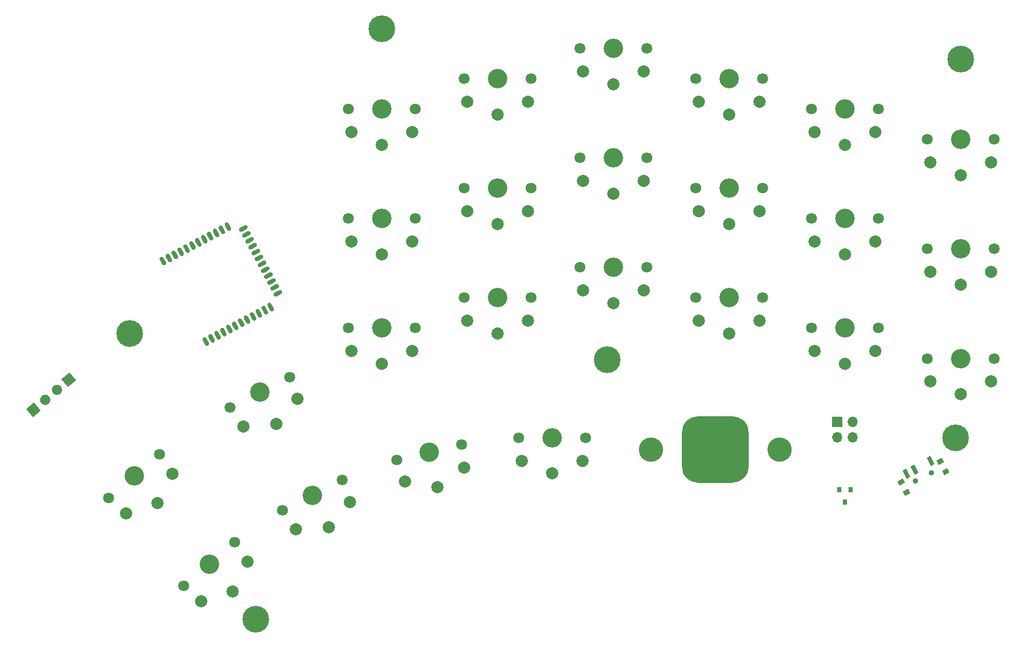
<source format=gbr>
G04 #@! TF.GenerationSoftware,KiCad,Pcbnew,(5.1.9)-1*
G04 #@! TF.CreationDate,2021-01-29T17:36:36+01:00*
G04 #@! TF.ProjectId,Mathias_ergo,4d617468-6961-4735-9f65-72676f2e6b69,1.0*
G04 #@! TF.SameCoordinates,Original*
G04 #@! TF.FileFunction,Soldermask,Bot*
G04 #@! TF.FilePolarity,Negative*
%FSLAX46Y46*%
G04 Gerber Fmt 4.6, Leading zero omitted, Abs format (unit mm)*
G04 Created by KiCad (PCBNEW (5.1.9)-1) date 2021-01-29 17:36:36*
%MOMM*%
%LPD*%
G01*
G04 APERTURE LIST*
%ADD10C,4.400000*%
%ADD11C,0.900000*%
%ADD12C,0.100000*%
%ADD13C,4.000000*%
%ADD14C,2.000000*%
%ADD15C,3.200000*%
%ADD16C,1.800000*%
%ADD17O,1.700000X1.700000*%
%ADD18R,1.700000X1.700000*%
%ADD19R,0.800000X0.900000*%
G04 APERTURE END LIST*
D10*
X216213221Y-70934158D03*
X215369441Y-133352399D03*
X120963221Y-65934159D03*
X158063221Y-120534158D03*
X79476934Y-116165750D03*
X100195457Y-163246749D03*
D11*
X208758979Y-140493107D03*
X211407821Y-139084693D03*
D12*
G36*
X207567366Y-141766601D02*
G01*
X207942943Y-142472959D01*
X207059996Y-142942431D01*
X206684419Y-142236073D01*
X207567366Y-141766601D01*
G37*
G36*
X206661286Y-140062512D02*
G01*
X207036863Y-140768870D01*
X206153916Y-141238342D01*
X205778339Y-140531984D01*
X206661286Y-140062512D01*
G37*
G36*
X214012884Y-138339458D02*
G01*
X214388461Y-139045816D01*
X213505514Y-139515288D01*
X213129937Y-138808930D01*
X214012884Y-138339458D01*
G37*
G36*
X213106804Y-136635369D02*
G01*
X213482381Y-137341727D01*
X212599434Y-137811199D01*
X212223857Y-137104841D01*
X213106804Y-136635369D01*
G37*
G36*
X207232121Y-138473527D02*
G01*
X207936328Y-139797949D01*
X207318265Y-140126579D01*
X206614058Y-138802157D01*
X207232121Y-138473527D01*
G37*
G36*
X208556542Y-137769319D02*
G01*
X209260749Y-139093741D01*
X208642686Y-139422371D01*
X207938479Y-138097949D01*
X208556542Y-137769319D01*
G37*
G36*
X211205385Y-136360905D02*
G01*
X211909592Y-137685327D01*
X211291529Y-138013957D01*
X210587322Y-136689535D01*
X211205385Y-136360905D01*
G37*
D11*
X211407821Y-139084693D03*
X208758979Y-140493107D03*
D13*
X186384421Y-135284158D03*
X165277021Y-135284158D03*
G36*
G01*
X170330721Y-138034158D02*
X170330721Y-132534158D01*
G75*
G02*
X173080721Y-129784158I2750000J0D01*
G01*
X178580721Y-129784158D01*
G75*
G02*
X181330721Y-132534158I0J-2750000D01*
G01*
X181330721Y-138034158D01*
G75*
G02*
X178580721Y-140784158I-2750000J0D01*
G01*
X173080721Y-140784158D01*
G75*
G02*
X170330721Y-138034158I0J2750000D01*
G01*
G37*
X165277021Y-135284158D03*
X186384421Y-135284158D03*
D14*
X125963221Y-82984158D03*
X120963221Y-85084158D03*
X115963221Y-82984158D03*
D15*
X120963221Y-79184158D03*
D16*
X115463221Y-79184158D03*
X126463221Y-79184158D03*
D14*
X115741644Y-143921563D03*
X112239991Y-148062629D03*
X106831578Y-148461468D03*
D15*
X109561447Y-142805691D03*
D16*
X104660911Y-145302639D03*
X114461983Y-140308743D03*
D14*
X164063221Y-91034158D03*
X159063221Y-93134158D03*
X154063221Y-91034158D03*
D15*
X159063221Y-87234158D03*
D16*
X153563221Y-87234158D03*
X164563221Y-87234158D03*
D14*
X86474132Y-139311448D03*
X84035943Y-144155541D03*
X78870073Y-145805929D03*
D15*
X80204200Y-139669146D03*
D16*
X76021967Y-143241110D03*
X84386433Y-136097182D03*
D14*
X154013221Y-137134158D03*
X149013221Y-139234158D03*
X144013221Y-137134158D03*
D15*
X149013221Y-133334158D03*
D16*
X143513221Y-133334158D03*
X154513221Y-133334158D03*
D14*
X107093125Y-126947889D03*
X103591472Y-131088955D03*
X98183059Y-131487794D03*
D15*
X100912928Y-125832017D03*
D16*
X96012392Y-128328965D03*
X105813464Y-123335069D03*
D14*
X202163221Y-82984158D03*
X197163221Y-85084158D03*
X192163221Y-82984158D03*
D15*
X197163221Y-79184158D03*
D16*
X191663221Y-79184158D03*
X202663221Y-79184158D03*
D14*
X202163221Y-119084158D03*
X197163221Y-121184158D03*
X192163221Y-119084158D03*
D15*
X197163221Y-115284158D03*
D16*
X191663221Y-115284158D03*
X202663221Y-115284158D03*
D14*
X145013221Y-114084158D03*
X140013221Y-116184158D03*
X135013221Y-114084158D03*
D15*
X140013221Y-110284158D03*
D16*
X134513221Y-110284158D03*
X145513221Y-110284158D03*
D14*
X125963221Y-119084158D03*
X120963221Y-121184158D03*
X115963221Y-119084158D03*
D15*
X120963221Y-115284158D03*
D16*
X115463221Y-115284158D03*
X126463221Y-115284158D03*
D14*
X164063221Y-72984158D03*
X159063221Y-75084158D03*
X154063221Y-72984158D03*
D15*
X159063221Y-69184158D03*
D16*
X153563221Y-69184158D03*
X164563221Y-69184158D03*
D14*
X183113221Y-114084158D03*
X178113221Y-116184158D03*
X173113221Y-114084158D03*
D15*
X178113221Y-110284158D03*
D16*
X172613221Y-110284158D03*
X183613221Y-110284158D03*
D14*
X145013221Y-96034158D03*
X140013221Y-98134158D03*
X135013221Y-96034158D03*
D15*
X140013221Y-92234158D03*
D16*
X134513221Y-92234158D03*
X145513221Y-92234158D03*
D14*
X145013221Y-77984158D03*
X140013221Y-80084158D03*
X135013221Y-77984158D03*
D15*
X140013221Y-74184158D03*
D16*
X134513221Y-74184158D03*
X145513221Y-74184158D03*
D14*
X98846118Y-153797181D03*
X96407929Y-158641274D03*
X91242059Y-160291662D03*
D15*
X92576186Y-154154879D03*
D16*
X88393953Y-157726843D03*
X96758419Y-150582915D03*
D14*
X221213221Y-87984158D03*
X216213221Y-90084158D03*
X211213221Y-87984158D03*
D15*
X216213221Y-84184158D03*
D16*
X210713221Y-84184158D03*
X221713221Y-84184158D03*
D14*
X202163221Y-101034158D03*
X197163221Y-103134158D03*
X192163221Y-101034158D03*
D15*
X197163221Y-97234158D03*
D16*
X191663221Y-97234158D03*
X202663221Y-97234158D03*
D14*
X183113221Y-96034158D03*
X178113221Y-98134158D03*
X173113221Y-96034158D03*
D15*
X178113221Y-92234158D03*
D16*
X172613221Y-92234158D03*
X183613221Y-92234158D03*
D14*
X183113221Y-77984158D03*
X178113221Y-80084158D03*
X173113221Y-77984158D03*
D15*
X178113221Y-74184158D03*
D16*
X172613221Y-74184158D03*
X183613221Y-74184158D03*
D14*
X164063221Y-109084158D03*
X159063221Y-111184158D03*
X154063221Y-109084158D03*
D15*
X159063221Y-105284158D03*
D16*
X153563221Y-105284158D03*
X164563221Y-105284158D03*
D14*
X125963221Y-101034158D03*
X120963221Y-103134158D03*
X115963221Y-101034158D03*
D15*
X120963221Y-97234158D03*
D16*
X115463221Y-97234158D03*
X126463221Y-97234158D03*
D14*
X221213221Y-106034158D03*
X216213221Y-108134158D03*
X211213221Y-106034158D03*
D15*
X216213221Y-102234158D03*
D16*
X210713221Y-102234158D03*
X221713221Y-102234158D03*
D14*
X134475761Y-138262991D03*
X130104147Y-141472195D03*
X124752062Y-140597445D03*
D15*
X128726819Y-135735212D03*
D16*
X123378784Y-137019162D03*
X134074854Y-134451262D03*
D14*
X221213221Y-124084158D03*
X216213221Y-126184158D03*
X211213221Y-124084158D03*
D15*
X216213221Y-120284158D03*
D16*
X210713221Y-120284158D03*
X221713221Y-120284158D03*
G36*
G01*
X104525763Y-109190913D02*
X104525763Y-109190913D01*
G75*
G02*
X104381046Y-109664260I-309032J-164315D01*
G01*
X103639370Y-110058616D01*
G75*
G02*
X103166023Y-109913899I-164315J309032D01*
G01*
X103166023Y-109913899D01*
G75*
G02*
X103310740Y-109440552I309032J164315D01*
G01*
X104052416Y-109046196D01*
G75*
G02*
X104525763Y-109190913I164315J-309032D01*
G01*
G37*
G36*
G01*
X104009344Y-108219671D02*
X104009344Y-108219671D01*
G75*
G02*
X103864627Y-108693018I-309032J-164315D01*
G01*
X103122951Y-109087374D01*
G75*
G02*
X102649604Y-108942657I-164315J309032D01*
G01*
X102649604Y-108942657D01*
G75*
G02*
X102794321Y-108469310I309032J164315D01*
G01*
X103535997Y-108074954D01*
G75*
G02*
X104009344Y-108219671I164315J-309032D01*
G01*
G37*
G36*
G01*
X103492926Y-107248429D02*
X103492926Y-107248429D01*
G75*
G02*
X103348209Y-107721776I-309032J-164315D01*
G01*
X102606533Y-108116132D01*
G75*
G02*
X102133186Y-107971415I-164315J309032D01*
G01*
X102133186Y-107971415D01*
G75*
G02*
X102277903Y-107498068I309032J164315D01*
G01*
X103019579Y-107103712D01*
G75*
G02*
X103492926Y-107248429I164315J-309032D01*
G01*
G37*
G36*
G01*
X91627278Y-116819307D02*
X91627278Y-116819307D01*
G75*
G02*
X92100625Y-116964024I164315J-309032D01*
G01*
X92494981Y-117705700D01*
G75*
G02*
X92350264Y-118179047I-309032J-164315D01*
G01*
X92350264Y-118179047D01*
G75*
G02*
X91876917Y-118034330I-164315J309032D01*
G01*
X91482561Y-117292654D01*
G75*
G02*
X91627278Y-116819307I309032J164315D01*
G01*
G37*
G36*
G01*
X92598520Y-116302888D02*
X92598520Y-116302888D01*
G75*
G02*
X93071867Y-116447605I164315J-309032D01*
G01*
X93466223Y-117189281D01*
G75*
G02*
X93321506Y-117662628I-309032J-164315D01*
G01*
X93321506Y-117662628D01*
G75*
G02*
X92848159Y-117517911I-164315J309032D01*
G01*
X92453803Y-116776235D01*
G75*
G02*
X92598520Y-116302888I309032J164315D01*
G01*
G37*
G36*
G01*
X93569763Y-115786469D02*
X93569763Y-115786469D01*
G75*
G02*
X94043110Y-115931186I164315J-309032D01*
G01*
X94437466Y-116672862D01*
G75*
G02*
X94292749Y-117146209I-309032J-164315D01*
G01*
X94292749Y-117146209D01*
G75*
G02*
X93819402Y-117001492I-164315J309032D01*
G01*
X93425046Y-116259816D01*
G75*
G02*
X93569763Y-115786469I309032J164315D01*
G01*
G37*
G36*
G01*
X94541005Y-115270051D02*
X94541005Y-115270051D01*
G75*
G02*
X95014352Y-115414768I164315J-309032D01*
G01*
X95408708Y-116156444D01*
G75*
G02*
X95263991Y-116629791I-309032J-164315D01*
G01*
X95263991Y-116629791D01*
G75*
G02*
X94790644Y-116485074I-164315J309032D01*
G01*
X94396288Y-115743398D01*
G75*
G02*
X94541005Y-115270051I309032J164315D01*
G01*
G37*
G36*
G01*
X95512247Y-114753632D02*
X95512247Y-114753632D01*
G75*
G02*
X95985594Y-114898349I164315J-309032D01*
G01*
X96379950Y-115640025D01*
G75*
G02*
X96235233Y-116113372I-309032J-164315D01*
G01*
X96235233Y-116113372D01*
G75*
G02*
X95761886Y-115968655I-164315J309032D01*
G01*
X95367530Y-115226979D01*
G75*
G02*
X95512247Y-114753632I309032J164315D01*
G01*
G37*
G36*
G01*
X96483490Y-114237213D02*
X96483490Y-114237213D01*
G75*
G02*
X96956837Y-114381930I164315J-309032D01*
G01*
X97351193Y-115123606D01*
G75*
G02*
X97206476Y-115596953I-309032J-164315D01*
G01*
X97206476Y-115596953D01*
G75*
G02*
X96733129Y-115452236I-164315J309032D01*
G01*
X96338773Y-114710560D01*
G75*
G02*
X96483490Y-114237213I309032J164315D01*
G01*
G37*
G36*
G01*
X97454732Y-113720794D02*
X97454732Y-113720794D01*
G75*
G02*
X97928079Y-113865511I164315J-309032D01*
G01*
X98322435Y-114607187D01*
G75*
G02*
X98177718Y-115080534I-309032J-164315D01*
G01*
X98177718Y-115080534D01*
G75*
G02*
X97704371Y-114935817I-164315J309032D01*
G01*
X97310015Y-114194141D01*
G75*
G02*
X97454732Y-113720794I309032J164315D01*
G01*
G37*
G36*
G01*
X98425975Y-113204376D02*
X98425975Y-113204376D01*
G75*
G02*
X98899322Y-113349093I164315J-309032D01*
G01*
X99293678Y-114090769D01*
G75*
G02*
X99148961Y-114564116I-309032J-164315D01*
G01*
X99148961Y-114564116D01*
G75*
G02*
X98675614Y-114419399I-164315J309032D01*
G01*
X98281258Y-113677723D01*
G75*
G02*
X98425975Y-113204376I309032J164315D01*
G01*
G37*
G36*
G01*
X99397217Y-112687957D02*
X99397217Y-112687957D01*
G75*
G02*
X99870564Y-112832674I164315J-309032D01*
G01*
X100264920Y-113574350D01*
G75*
G02*
X100120203Y-114047697I-309032J-164315D01*
G01*
X100120203Y-114047697D01*
G75*
G02*
X99646856Y-113902980I-164315J309032D01*
G01*
X99252500Y-113161304D01*
G75*
G02*
X99397217Y-112687957I309032J164315D01*
G01*
G37*
G36*
G01*
X100368459Y-112171538D02*
X100368459Y-112171538D01*
G75*
G02*
X100841806Y-112316255I164315J-309032D01*
G01*
X101236162Y-113057931D01*
G75*
G02*
X101091445Y-113531278I-309032J-164315D01*
G01*
X101091445Y-113531278D01*
G75*
G02*
X100618098Y-113386561I-164315J309032D01*
G01*
X100223742Y-112644885D01*
G75*
G02*
X100368459Y-112171538I309032J164315D01*
G01*
G37*
G36*
G01*
X101339702Y-111655119D02*
X101339702Y-111655119D01*
G75*
G02*
X101813049Y-111799836I164315J-309032D01*
G01*
X102207405Y-112541512D01*
G75*
G02*
X102062688Y-113014859I-309032J-164315D01*
G01*
X102062688Y-113014859D01*
G75*
G02*
X101589341Y-112870142I-164315J309032D01*
G01*
X101194985Y-112128466D01*
G75*
G02*
X101339702Y-111655119I309032J164315D01*
G01*
G37*
G36*
G01*
X102310944Y-111138701D02*
X102310944Y-111138701D01*
G75*
G02*
X102784291Y-111283418I164315J-309032D01*
G01*
X103178647Y-112025094D01*
G75*
G02*
X103033930Y-112498441I-309032J-164315D01*
G01*
X103033930Y-112498441D01*
G75*
G02*
X102560583Y-112353724I-164315J309032D01*
G01*
X102166227Y-111612048D01*
G75*
G02*
X102310944Y-111138701I309032J164315D01*
G01*
G37*
G36*
G01*
X102976507Y-106277186D02*
X102976507Y-106277186D01*
G75*
G02*
X102831790Y-106750533I-309032J-164315D01*
G01*
X102090114Y-107144889D01*
G75*
G02*
X101616767Y-107000172I-164315J309032D01*
G01*
X101616767Y-107000172D01*
G75*
G02*
X101761484Y-106526825I309032J164315D01*
G01*
X102503160Y-106132469D01*
G75*
G02*
X102976507Y-106277186I164315J-309032D01*
G01*
G37*
G36*
G01*
X102460088Y-105305944D02*
X102460088Y-105305944D01*
G75*
G02*
X102315371Y-105779291I-309032J-164315D01*
G01*
X101573695Y-106173647D01*
G75*
G02*
X101100348Y-106028930I-164315J309032D01*
G01*
X101100348Y-106028930D01*
G75*
G02*
X101245065Y-105555583I309032J164315D01*
G01*
X101986741Y-105161227D01*
G75*
G02*
X102460088Y-105305944I164315J-309032D01*
G01*
G37*
G36*
G01*
X101943670Y-104334702D02*
X101943670Y-104334702D01*
G75*
G02*
X101798953Y-104808049I-309032J-164315D01*
G01*
X101057277Y-105202405D01*
G75*
G02*
X100583930Y-105057688I-164315J309032D01*
G01*
X100583930Y-105057688D01*
G75*
G02*
X100728647Y-104584341I309032J164315D01*
G01*
X101470323Y-104189985D01*
G75*
G02*
X101943670Y-104334702I164315J-309032D01*
G01*
G37*
G36*
G01*
X101427251Y-103363459D02*
X101427251Y-103363459D01*
G75*
G02*
X101282534Y-103836806I-309032J-164315D01*
G01*
X100540858Y-104231162D01*
G75*
G02*
X100067511Y-104086445I-164315J309032D01*
G01*
X100067511Y-104086445D01*
G75*
G02*
X100212228Y-103613098I309032J164315D01*
G01*
X100953904Y-103218742D01*
G75*
G02*
X101427251Y-103363459I164315J-309032D01*
G01*
G37*
G36*
G01*
X100910832Y-102392217D02*
X100910832Y-102392217D01*
G75*
G02*
X100766115Y-102865564I-309032J-164315D01*
G01*
X100024439Y-103259920D01*
G75*
G02*
X99551092Y-103115203I-164315J309032D01*
G01*
X99551092Y-103115203D01*
G75*
G02*
X99695809Y-102641856I309032J164315D01*
G01*
X100437485Y-102247500D01*
G75*
G02*
X100910832Y-102392217I164315J-309032D01*
G01*
G37*
G36*
G01*
X100394413Y-101420975D02*
X100394413Y-101420975D01*
G75*
G02*
X100249696Y-101894322I-309032J-164315D01*
G01*
X99508020Y-102288678D01*
G75*
G02*
X99034673Y-102143961I-164315J309032D01*
G01*
X99034673Y-102143961D01*
G75*
G02*
X99179390Y-101670614I309032J164315D01*
G01*
X99921066Y-101276258D01*
G75*
G02*
X100394413Y-101420975I164315J-309032D01*
G01*
G37*
G36*
G01*
X99877995Y-100449732D02*
X99877995Y-100449732D01*
G75*
G02*
X99733278Y-100923079I-309032J-164315D01*
G01*
X98991602Y-101317435D01*
G75*
G02*
X98518255Y-101172718I-164315J309032D01*
G01*
X98518255Y-101172718D01*
G75*
G02*
X98662972Y-100699371I309032J164315D01*
G01*
X99404648Y-100305015D01*
G75*
G02*
X99877995Y-100449732I164315J-309032D01*
G01*
G37*
G36*
G01*
X99361576Y-99478490D02*
X99361576Y-99478490D01*
G75*
G02*
X99216859Y-99951837I-309032J-164315D01*
G01*
X98475183Y-100346193D01*
G75*
G02*
X98001836Y-100201476I-164315J309032D01*
G01*
X98001836Y-100201476D01*
G75*
G02*
X98146553Y-99728129I309032J164315D01*
G01*
X98888229Y-99333773D01*
G75*
G02*
X99361576Y-99478490I164315J-309032D01*
G01*
G37*
G36*
G01*
X98845157Y-98507248D02*
X98845157Y-98507248D01*
G75*
G02*
X98700440Y-98980595I-309032J-164315D01*
G01*
X97958764Y-99374951D01*
G75*
G02*
X97485417Y-99230234I-164315J309032D01*
G01*
X97485417Y-99230234D01*
G75*
G02*
X97630134Y-98756887I309032J164315D01*
G01*
X98371810Y-98362531D01*
G75*
G02*
X98845157Y-98507248I164315J-309032D01*
G01*
G37*
G36*
G01*
X95268871Y-97894487D02*
X95268871Y-97894487D01*
G75*
G02*
X95742218Y-98039204I164315J-309032D01*
G01*
X96136574Y-98780880D01*
G75*
G02*
X95991857Y-99254227I-309032J-164315D01*
G01*
X95991857Y-99254227D01*
G75*
G02*
X95518510Y-99109510I-164315J309032D01*
G01*
X95124154Y-98367834D01*
G75*
G02*
X95268871Y-97894487I309032J164315D01*
G01*
G37*
G36*
G01*
X94297628Y-98410906D02*
X94297628Y-98410906D01*
G75*
G02*
X94770975Y-98555623I164315J-309032D01*
G01*
X95165331Y-99297299D01*
G75*
G02*
X95020614Y-99770646I-309032J-164315D01*
G01*
X95020614Y-99770646D01*
G75*
G02*
X94547267Y-99625929I-164315J309032D01*
G01*
X94152911Y-98884253D01*
G75*
G02*
X94297628Y-98410906I309032J164315D01*
G01*
G37*
G36*
G01*
X93326386Y-98927324D02*
X93326386Y-98927324D01*
G75*
G02*
X93799733Y-99072041I164315J-309032D01*
G01*
X94194089Y-99813717D01*
G75*
G02*
X94049372Y-100287064I-309032J-164315D01*
G01*
X94049372Y-100287064D01*
G75*
G02*
X93576025Y-100142347I-164315J309032D01*
G01*
X93181669Y-99400671D01*
G75*
G02*
X93326386Y-98927324I309032J164315D01*
G01*
G37*
G36*
G01*
X92355143Y-99443743D02*
X92355143Y-99443743D01*
G75*
G02*
X92828490Y-99588460I164315J-309032D01*
G01*
X93222846Y-100330136D01*
G75*
G02*
X93078129Y-100803483I-309032J-164315D01*
G01*
X93078129Y-100803483D01*
G75*
G02*
X92604782Y-100658766I-164315J309032D01*
G01*
X92210426Y-99917090D01*
G75*
G02*
X92355143Y-99443743I309032J164315D01*
G01*
G37*
G36*
G01*
X91383901Y-99960162D02*
X91383901Y-99960162D01*
G75*
G02*
X91857248Y-100104879I164315J-309032D01*
G01*
X92251604Y-100846555D01*
G75*
G02*
X92106887Y-101319902I-309032J-164315D01*
G01*
X92106887Y-101319902D01*
G75*
G02*
X91633540Y-101175185I-164315J309032D01*
G01*
X91239184Y-100433509D01*
G75*
G02*
X91383901Y-99960162I309032J164315D01*
G01*
G37*
G36*
G01*
X90412659Y-100476580D02*
X90412659Y-100476580D01*
G75*
G02*
X90886006Y-100621297I164315J-309032D01*
G01*
X91280362Y-101362973D01*
G75*
G02*
X91135645Y-101836320I-309032J-164315D01*
G01*
X91135645Y-101836320D01*
G75*
G02*
X90662298Y-101691603I-164315J309032D01*
G01*
X90267942Y-100949927D01*
G75*
G02*
X90412659Y-100476580I309032J164315D01*
G01*
G37*
G36*
G01*
X89441416Y-100992999D02*
X89441416Y-100992999D01*
G75*
G02*
X89914763Y-101137716I164315J-309032D01*
G01*
X90309119Y-101879392D01*
G75*
G02*
X90164402Y-102352739I-309032J-164315D01*
G01*
X90164402Y-102352739D01*
G75*
G02*
X89691055Y-102208022I-164315J309032D01*
G01*
X89296699Y-101466346D01*
G75*
G02*
X89441416Y-100992999I309032J164315D01*
G01*
G37*
G36*
G01*
X88470174Y-101509418D02*
X88470174Y-101509418D01*
G75*
G02*
X88943521Y-101654135I164315J-309032D01*
G01*
X89337877Y-102395811D01*
G75*
G02*
X89193160Y-102869158I-309032J-164315D01*
G01*
X89193160Y-102869158D01*
G75*
G02*
X88719813Y-102724441I-164315J309032D01*
G01*
X88325457Y-101982765D01*
G75*
G02*
X88470174Y-101509418I309032J164315D01*
G01*
G37*
G36*
G01*
X87498932Y-102025837D02*
X87498932Y-102025837D01*
G75*
G02*
X87972279Y-102170554I164315J-309032D01*
G01*
X88366635Y-102912230D01*
G75*
G02*
X88221918Y-103385577I-309032J-164315D01*
G01*
X88221918Y-103385577D01*
G75*
G02*
X87748571Y-103240860I-164315J309032D01*
G01*
X87354215Y-102499184D01*
G75*
G02*
X87498932Y-102025837I309032J164315D01*
G01*
G37*
G36*
G01*
X86527689Y-102542255D02*
X86527689Y-102542255D01*
G75*
G02*
X87001036Y-102686972I164315J-309032D01*
G01*
X87395392Y-103428648D01*
G75*
G02*
X87250675Y-103901995I-309032J-164315D01*
G01*
X87250675Y-103901995D01*
G75*
G02*
X86777328Y-103757278I-164315J309032D01*
G01*
X86382972Y-103015602D01*
G75*
G02*
X86527689Y-102542255I309032J164315D01*
G01*
G37*
G36*
G01*
X85556447Y-103058674D02*
X85556447Y-103058674D01*
G75*
G02*
X86029794Y-103203391I164315J-309032D01*
G01*
X86424150Y-103945067D01*
G75*
G02*
X86279433Y-104418414I-309032J-164315D01*
G01*
X86279433Y-104418414D01*
G75*
G02*
X85806086Y-104273697I-164315J309032D01*
G01*
X85411730Y-103532021D01*
G75*
G02*
X85556447Y-103058674I309032J164315D01*
G01*
G37*
G36*
G01*
X84585205Y-103575093D02*
X84585205Y-103575093D01*
G75*
G02*
X85058552Y-103719810I164315J-309032D01*
G01*
X85452908Y-104461486D01*
G75*
G02*
X85308191Y-104934833I-309032J-164315D01*
G01*
X85308191Y-104934833D01*
G75*
G02*
X84834844Y-104790116I-164315J309032D01*
G01*
X84440488Y-104048440D01*
G75*
G02*
X84585205Y-103575093I309032J164315D01*
G01*
G37*
D17*
X198428221Y-133272914D03*
X195888221Y-133272914D03*
X198428221Y-130732914D03*
D18*
X195888221Y-130732914D03*
G36*
G01*
X64202013Y-129401721D02*
X64202013Y-129401721D01*
G75*
G02*
X63003637Y-129307407I-552031J646345D01*
G01*
X63003637Y-129307407D01*
G75*
G02*
X63097951Y-128109031I646345J552031D01*
G01*
X63097951Y-128109031D01*
G75*
G02*
X64296327Y-128203345I552031J-646345D01*
G01*
X64296327Y-128203345D01*
G75*
G02*
X64202013Y-129401721I-646345J-552031D01*
G01*
G37*
G36*
G01*
X66133444Y-127752123D02*
X66133444Y-127752123D01*
G75*
G02*
X64935068Y-127657809I-552031J646345D01*
G01*
X64935068Y-127657809D01*
G75*
G02*
X65029382Y-126459433I646345J552031D01*
G01*
X65029382Y-126459433D01*
G75*
G02*
X66227758Y-126553747I552031J-646345D01*
G01*
X66227758Y-126553747D01*
G75*
G02*
X66133444Y-127752123I-646345J-552031D01*
G01*
G37*
G36*
G01*
X68064875Y-126102525D02*
X68064875Y-126102525D01*
G75*
G02*
X66866499Y-126008211I-552031J646345D01*
G01*
X66866499Y-126008211D01*
G75*
G02*
X66960813Y-124809835I646345J552031D01*
G01*
X66960813Y-124809835D01*
G75*
G02*
X68159189Y-124904149I552031J-646345D01*
G01*
X68159189Y-124904149D01*
G75*
G02*
X68064875Y-126102525I-646345J-552031D01*
G01*
G37*
D12*
G36*
X70642651Y-123900896D02*
G01*
X69349961Y-125004958D01*
X68245899Y-123712268D01*
X69538589Y-122608206D01*
X70642651Y-123900896D01*
G37*
D19*
X197163221Y-143934221D03*
X198113221Y-141934221D03*
X196213221Y-141934221D03*
G36*
G01*
X69996306Y-124452927D02*
X69996306Y-124452927D01*
G75*
G02*
X68797930Y-124358613I-552031J646345D01*
G01*
X68797930Y-124358613D01*
G75*
G02*
X68892244Y-123160237I646345J552031D01*
G01*
X68892244Y-123160237D01*
G75*
G02*
X70090620Y-123254551I552031J-646345D01*
G01*
X70090620Y-123254551D01*
G75*
G02*
X69996306Y-124452927I-646345J-552031D01*
G01*
G37*
G36*
G01*
X68064875Y-126102525D02*
X68064875Y-126102525D01*
G75*
G02*
X66866499Y-126008211I-552031J646345D01*
G01*
X66866499Y-126008211D01*
G75*
G02*
X66960813Y-124809835I646345J552031D01*
G01*
X66960813Y-124809835D01*
G75*
G02*
X68159189Y-124904149I552031J-646345D01*
G01*
X68159189Y-124904149D01*
G75*
G02*
X68064875Y-126102525I-646345J-552031D01*
G01*
G37*
G36*
G01*
X66133444Y-127752123D02*
X66133444Y-127752123D01*
G75*
G02*
X64935068Y-127657809I-552031J646345D01*
G01*
X64935068Y-127657809D01*
G75*
G02*
X65029382Y-126459433I646345J552031D01*
G01*
X65029382Y-126459433D01*
G75*
G02*
X66227758Y-126553747I552031J-646345D01*
G01*
X66227758Y-126553747D01*
G75*
G02*
X66133444Y-127752123I-646345J-552031D01*
G01*
G37*
D12*
G36*
X64848358Y-128849690D02*
G01*
X63555668Y-129953752D01*
X62451606Y-128661062D01*
X63744296Y-127557000D01*
X64848358Y-128849690D01*
G37*
G36*
X170332711Y-138033962D02*
G01*
X170385531Y-138570261D01*
X170541909Y-139085768D01*
X170795851Y-139560860D01*
X171137598Y-139977281D01*
X171554019Y-140319028D01*
X172029111Y-140572970D01*
X172544618Y-140729348D01*
X173080917Y-140782168D01*
X173082543Y-140783333D01*
X173082347Y-140785323D01*
X173080721Y-140786158D01*
X173053668Y-140786158D01*
X173053472Y-140786148D01*
X172519934Y-140733599D01*
X172519549Y-140733523D01*
X172009351Y-140578756D01*
X172008989Y-140578606D01*
X171538791Y-140327280D01*
X171538465Y-140327062D01*
X171126327Y-139988829D01*
X171126050Y-139988552D01*
X170787817Y-139576414D01*
X170787599Y-139576088D01*
X170536273Y-139105890D01*
X170536123Y-139105528D01*
X170381356Y-138595330D01*
X170381280Y-138594945D01*
X170328731Y-138061407D01*
X170328721Y-138061211D01*
X170328721Y-138034158D01*
X170329721Y-138032426D01*
X170331721Y-138032426D01*
X170332711Y-138033962D01*
G37*
G36*
X181331886Y-138032532D02*
G01*
X181332721Y-138034158D01*
X181332721Y-138061211D01*
X181332711Y-138061407D01*
X181280162Y-138594945D01*
X181280086Y-138595330D01*
X181125319Y-139105528D01*
X181125169Y-139105890D01*
X180873843Y-139576088D01*
X180873625Y-139576414D01*
X180535392Y-139988552D01*
X180535115Y-139988829D01*
X180122977Y-140327062D01*
X180122651Y-140327280D01*
X179652453Y-140578606D01*
X179652091Y-140578756D01*
X179141893Y-140733523D01*
X179141508Y-140733599D01*
X178607970Y-140786148D01*
X178607774Y-140786158D01*
X178580721Y-140786158D01*
X178578989Y-140785158D01*
X178578989Y-140783158D01*
X178580525Y-140782168D01*
X179116824Y-140729348D01*
X179632331Y-140572970D01*
X180107423Y-140319028D01*
X180523844Y-139977281D01*
X180865591Y-139560860D01*
X181119533Y-139085768D01*
X181275911Y-138570261D01*
X181328731Y-138033962D01*
X181329896Y-138032336D01*
X181331886Y-138032532D01*
G37*
G36*
X173082453Y-129783158D02*
G01*
X173082453Y-129785158D01*
X173080917Y-129786148D01*
X172544618Y-129838968D01*
X172029111Y-129995346D01*
X171554019Y-130249288D01*
X171137598Y-130591035D01*
X170795851Y-131007456D01*
X170541909Y-131482548D01*
X170385531Y-131998055D01*
X170332711Y-132534354D01*
X170331546Y-132535980D01*
X170329556Y-132535784D01*
X170328721Y-132534158D01*
X170328721Y-132507105D01*
X170328731Y-132506909D01*
X170381280Y-131973371D01*
X170381356Y-131972986D01*
X170536123Y-131462788D01*
X170536273Y-131462426D01*
X170787599Y-130992228D01*
X170787817Y-130991902D01*
X171126050Y-130579764D01*
X171126327Y-130579487D01*
X171538465Y-130241254D01*
X171538791Y-130241036D01*
X172008989Y-129989710D01*
X172009351Y-129989560D01*
X172519549Y-129834793D01*
X172519934Y-129834717D01*
X173053472Y-129782168D01*
X173053668Y-129782158D01*
X173080721Y-129782158D01*
X173082453Y-129783158D01*
G37*
G36*
X178607970Y-129782168D02*
G01*
X179141508Y-129834717D01*
X179141893Y-129834793D01*
X179652091Y-129989560D01*
X179652453Y-129989710D01*
X180122651Y-130241036D01*
X180122977Y-130241254D01*
X180535115Y-130579487D01*
X180535392Y-130579764D01*
X180873625Y-130991902D01*
X180873843Y-130992228D01*
X181125169Y-131462426D01*
X181125319Y-131462788D01*
X181280086Y-131972986D01*
X181280162Y-131973371D01*
X181332711Y-132506909D01*
X181332721Y-132507105D01*
X181332721Y-132534158D01*
X181331721Y-132535890D01*
X181329721Y-132535890D01*
X181328731Y-132534354D01*
X181275911Y-131998055D01*
X181119533Y-131482548D01*
X180865591Y-131007456D01*
X180523844Y-130591035D01*
X180107423Y-130249288D01*
X179632331Y-129995346D01*
X179116824Y-129838968D01*
X178580525Y-129786148D01*
X178578899Y-129784983D01*
X178579095Y-129782993D01*
X178580721Y-129782158D01*
X178607774Y-129782158D01*
X178607970Y-129782168D01*
G37*
M02*

</source>
